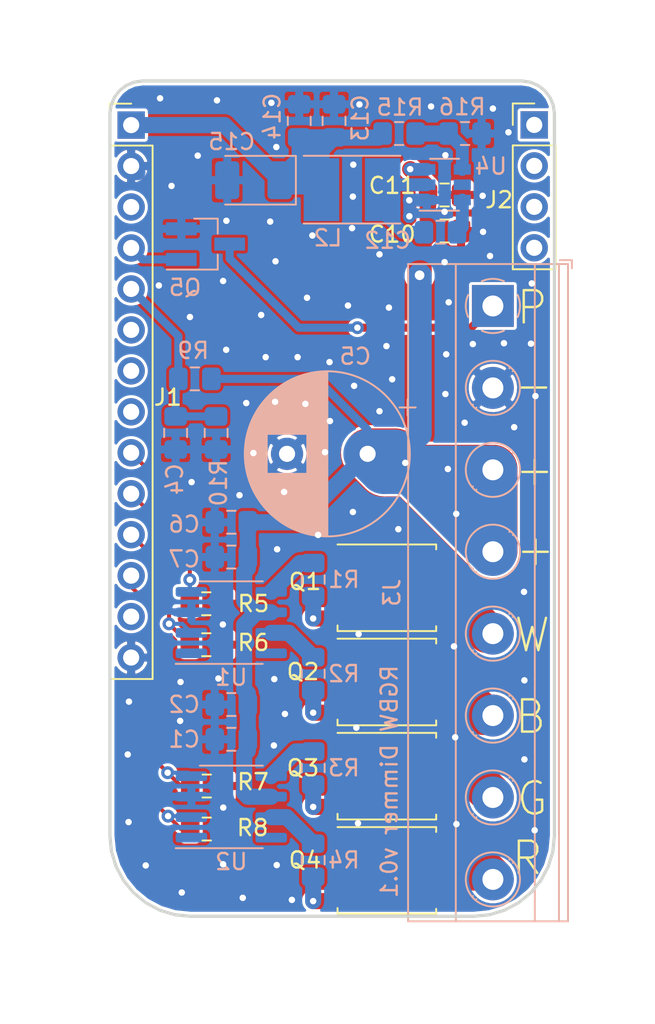
<source format=kicad_pcb>
(kicad_pcb (version 20171130) (host pcbnew "(5.1.5)-3")
  (layers (0 F.Cu signal) (31 B.Cu signal) (34 B.Paste user) (35 F.Paste user) (36 B.SilkS user) (37 F.SilkS user) (38 B.Mask user) (39 F.Mask user) (44 Edge.Cuts user))
  (net 0 "")
  (net 1 GND)
  (net 2 +12V)
  (net 3 "Net-(Q1-Pad4)")
  (net 4 "Net-(Q2-Pad4)")
  (net 5 "Net-(Q3-Pad4)")
  (net 6 "Net-(Q4-Pad4)")
  (net 7 "Net-(R1-Pad2)")
  (net 8 "Net-(R2-Pad2)")
  (net 9 "Net-(R3-Pad2)")
  (net 10 "Net-(R4-Pad2)")
  (net 11 +3V3)
  (net 12 12V_Sense)
  (net 13 PSU_Enable)
  (net 14 /PSU_ENABLE_OUT)
  (net 15 /R_OUT)
  (net 16 /G_OUT)
  (net 17 /B_OUT)
  (net 18 /W_OUT)
  (net 19 /W_IN)
  (net 20 /B_IN)
  (net 21 /G_IN)
  (net 22 /R_IN)
  (net 23 /NET_SW)
  (net 24 /NET_FB)
  (net 25 /NET_BOOT)
  (module Capacitor_Tantalum_SMD:CP_EIA-3528-21_Kemet-B_Pad1.50x2.35mm_HandSolder (layer B.Cu) (at 58.9026 54.356 180)
    (fp_text reference C15 (at 1.3462 2.3876) (layer B.SilkS) (effects (justify mirror)))
    (fp_text value 47uF)
    (pad 2 smd roundrect (at 1.625 0 180) (size 1.5 2.35) (layers B.Cu B.Paste B.Mask) (roundrect_rratio 0.166667) (net 1 GND))
    (pad 1 smd roundrect (at -1.625 0 180) (size 1.5 2.35) (layers B.Cu B.Paste B.Mask) (roundrect_rratio 0.166667) (net 11 +3V3))
  )
  (module Package_TO_SOT_SMD:SOT-23-6 (layer B.Cu) (at 70.7644 54.6354)
    (fp_text reference U4 (at 2.8702 -1.143) (layer B.SilkS) (effects (justify mirror)))
    (fp_text value TPS54202DDCR)
    (pad 5 smd rect (at 1.1 0) (size 1.06 0.65) (layers B.Cu B.Paste B.Mask))
    (pad 6 smd rect (at 1.1 0.95) (size 1.06 0.65) (layers B.Cu B.Paste B.Mask) (net 25 /NET_BOOT))
    (pad 4 smd rect (at 1.1 -0.95) (size 1.06 0.65) (layers B.Cu B.Paste B.Mask) (net 24 /NET_FB))
    (pad 3 smd rect (at -1.1 -0.95) (size 1.06 0.65) (layers B.Cu B.Paste B.Mask) (net 2 +12V))
    (pad 2 smd rect (at -1.1 0) (size 1.06 0.65) (layers B.Cu B.Paste B.Mask) (net 23 /NET_SW))
    (pad 1 smd rect (at -1.1 0.95) (size 1.06 0.65) (layers B.Cu B.Paste B.Mask) (net 1 GND))
  )
  (module Resistor_SMD:R_0805_2012Metric_Pad1.15x1.40mm_HandSolder (layer B.Cu) (at 72.0344 51.4604)
    (fp_text reference R16 (at -0.1778 -1.651) (layer B.SilkS) (effects (justify mirror)))
    (fp_text value 22K1)
    (pad 2 smd roundrect (at 1.025 0) (size 1.15 1.4) (layers B.Cu B.Paste B.Mask) (roundrect_rratio 0.217391) (net 1 GND))
    (pad 1 smd roundrect (at -1.025 0) (size 1.15 1.4) (layers B.Cu B.Paste B.Mask) (roundrect_rratio 0.217391) (net 24 /NET_FB))
  )
  (module Resistor_SMD:R_0805_2012Metric_Pad1.15x1.40mm_HandSolder (layer B.Cu) (at 67.945 51.4604)
    (fp_text reference R15 (at 0.0508 -1.6256) (layer B.SilkS) (effects (justify mirror)))
    (fp_text value 100K)
    (pad 2 smd roundrect (at 1.025 0) (size 1.15 1.4) (layers B.Cu B.Paste B.Mask) (roundrect_rratio 0.217391) (net 24 /NET_FB))
    (pad 1 smd roundrect (at -1.025 0) (size 1.15 1.4) (layers B.Cu B.Paste B.Mask) (roundrect_rratio 0.217391) (net 11 +3V3))
  )
  (module Inductor_SMD:L_Taiyo-Yuden_NR-40xx_HandSoldering (layer B.Cu) (at 65.024 54.9402 180)
    (fp_text reference L2 (at 1.4986 -2.9972) (layer B.SilkS) (effects (justify mirror)))
    (fp_text value 10uH)
    (pad 2 smd rect (at 1.9 0 180) (size 2.2 3.9) (layers B.Cu B.Paste B.Mask) (net 11 +3V3))
    (pad 1 smd rect (at -1.9 0 180) (size 2.2 3.9) (layers B.Cu B.Paste B.Mask) (net 23 /NET_SW))
  )
  (module Capacitor_SMD:C_0805_2012Metric_Pad1.15x1.40mm_HandSolder (layer B.Cu) (at 61.7474 50.673 90)
    (fp_text reference C14 (at 0.2794 -1.6764 90) (layer B.SilkS) (effects (justify mirror)))
    (fp_text value 4.7uF)
    (pad 2 smd roundrect (at 1.025 0 90) (size 1.15 1.4) (layers B.Cu B.Paste B.Mask) (roundrect_rratio 0.217391) (net 1 GND))
    (pad 1 smd roundrect (at -1.025 0 90) (size 1.15 1.4) (layers B.Cu B.Paste B.Mask) (roundrect_rratio 0.217391) (net 11 +3V3))
  )
  (module Capacitor_SMD:C_0805_2012Metric_Pad1.15x1.40mm_HandSolder (layer B.Cu) (at 63.9064 50.673 90)
    (fp_text reference C13 (at 0.1778 1.6256 90) (layer B.SilkS) (effects (justify mirror)))
    (fp_text value 0.1uF)
    (pad 2 smd roundrect (at 1.025 0 90) (size 1.15 1.4) (layers B.Cu B.Paste B.Mask) (roundrect_rratio 0.217391) (net 1 GND))
    (pad 1 smd roundrect (at -1.025 0 90) (size 1.15 1.4) (layers B.Cu B.Paste B.Mask) (roundrect_rratio 0.217391) (net 11 +3V3))
  )
  (module Capacitor_SMD:C_0805_2012Metric_Pad1.15x1.40mm_HandSolder (layer B.Cu) (at 70.5104 57.5818)
    (fp_text reference C12 (at -3.2766 0.508) (layer B.SilkS) (effects (justify mirror)))
    (fp_text value 0.1uF)
    (pad 2 smd roundrect (at 1.025 0) (size 1.15 1.4) (layers B.Cu B.Paste B.Mask) (roundrect_rratio 0.217391) (net 25 /NET_BOOT))
    (pad 1 smd roundrect (at -1.025 0) (size 1.15 1.4) (layers B.Cu B.Paste B.Mask) (roundrect_rratio 0.217391) (net 23 /NET_SW))
  )
  (module Capacitor_SMD:C_0805_2012Metric_Pad1.15x1.40mm_HandSolder (layer F.Cu) (at 70.7644 55.2704)
    (fp_text reference C11 (at -3.2512 -0.5842) (layer F.SilkS))
    (fp_text value 0.1uF)
    (pad 2 smd roundrect (at 1.025 0) (size 1.15 1.4) (layers F.Cu F.Paste F.Mask) (roundrect_rratio 0.217391) (net 1 GND))
    (pad 1 smd roundrect (at -1.025 0) (size 1.15 1.4) (layers F.Cu F.Paste F.Mask) (roundrect_rratio 0.217391) (net 2 +12V))
  )
  (module Capacitor_SMD:C_0805_2012Metric_Pad1.15x1.40mm_HandSolder (layer F.Cu) (at 70.7644 57.5056)
    (fp_text reference C10 (at -3.2512 0.2032) (layer F.SilkS))
    (fp_text value 4.7uF)
    (pad 2 smd roundrect (at 1.025 0) (size 1.15 1.4) (layers F.Cu F.Paste F.Mask) (roundrect_rratio 0.217391) (net 1 GND))
    (pad 1 smd roundrect (at -1.025 0) (size 1.15 1.4) (layers F.Cu F.Paste F.Mask) (roundrect_rratio 0.217391) (net 2 +12V))
  )
  (module Capacitor_THT:CP_Radial_D10.0mm_P5.00mm (layer B.Cu) (at 65.9892 71.3232 180)
    (fp_text reference C5 (at 0.762 6.0452) (layer B.SilkS) (effects (justify mirror)))
    (fp_text value 100uF)
    (pad 2 thru_hole circle (at 5 0 180) (size 2 2) (drill 1) (layers *.Cu *.Mask) (net 1 GND))
    (pad 1 thru_hole rect (at 0 0 180) (size 2 2) (drill 1) (layers *.Cu *.Mask) (net 2 +12V))
  )
  (module Package_SO:SOIC-8_3.9x4.9mm_P1.27mm (layer B.Cu) (at 57.531 93.218)
    (fp_text reference U2 (at 0 3.4) (layer B.SilkS) (effects (justify mirror)))
    (fp_text value TC4427)
    (pad 8 smd roundrect (at 2.475 1.905) (size 1.95 0.6) (layers B.Cu B.Paste B.Mask))
    (pad 7 smd roundrect (at 2.475 0.635) (size 1.95 0.6) (layers B.Cu B.Paste B.Mask) (net 10 "Net-(R4-Pad2)"))
    (pad 6 smd roundrect (at 2.475 -0.635) (size 1.95 0.6) (layers B.Cu B.Paste B.Mask) (net 2 +12V))
    (pad 5 smd roundrect (at 2.475 -1.905) (size 1.95 0.6) (layers B.Cu B.Paste B.Mask) (net 9 "Net-(R3-Pad2)"))
    (pad 4 smd roundrect (at -2.475 -1.905) (size 1.95 0.6) (layers B.Cu B.Paste B.Mask) (net 21 /G_IN))
    (pad 3 smd roundrect (at -2.475 -0.635) (size 1.95 0.6) (layers B.Cu B.Paste B.Mask) (net 1 GND))
    (pad 2 smd roundrect (at -2.475 0.635) (size 1.95 0.6) (layers B.Cu B.Paste B.Mask) (net 22 /R_IN))
    (pad 1 smd roundrect (at -2.475 1.905) (size 1.95 0.6) (layers B.Cu B.Paste B.Mask))
  )
  (module Package_SO:SOIC-8_3.9x4.9mm_P1.27mm (layer B.Cu) (at 57.531 81.788)
    (fp_text reference U1 (at 0 3.4) (layer B.SilkS) (effects (justify mirror)))
    (fp_text value TC4427)
    (pad 8 smd roundrect (at 2.475 1.905) (size 1.95 0.6) (layers B.Cu B.Paste B.Mask))
    (pad 7 smd roundrect (at 2.475 0.635) (size 1.95 0.6) (layers B.Cu B.Paste B.Mask) (net 8 "Net-(R2-Pad2)"))
    (pad 6 smd roundrect (at 2.475 -0.635) (size 1.95 0.6) (layers B.Cu B.Paste B.Mask) (net 2 +12V))
    (pad 5 smd roundrect (at 2.475 -1.905) (size 1.95 0.6) (layers B.Cu B.Paste B.Mask) (net 7 "Net-(R1-Pad2)"))
    (pad 4 smd roundrect (at -2.475 -1.905) (size 1.95 0.6) (layers B.Cu B.Paste B.Mask) (net 19 /W_IN))
    (pad 3 smd roundrect (at -2.475 -0.635) (size 1.95 0.6) (layers B.Cu B.Paste B.Mask) (net 1 GND))
    (pad 2 smd roundrect (at -2.475 0.635) (size 1.95 0.6) (layers B.Cu B.Paste B.Mask) (net 20 /B_IN))
    (pad 1 smd roundrect (at -2.475 1.905) (size 1.95 0.6) (layers B.Cu B.Paste B.Mask))
  )
  (module Package_TO_SOT_SMD:SOT-23_Handsoldering (layer B.Cu) (at 55.9308 58.3184)
    (fp_text reference Q5 (at -1.27 2.6924) (layer B.SilkS) (effects (justify mirror)))
    (fp_text value LMUN2233LT1G)
    (pad 3 smd rect (at 1.5 0) (size 1.9 0.8) (layers B.Cu B.Paste B.Mask) (net 14 /PSU_ENABLE_OUT))
    (pad 2 smd rect (at -1.5 -0.95) (size 1.9 0.8) (layers B.Cu B.Paste B.Mask) (net 1 GND))
    (pad 1 smd rect (at -1.5 0.95) (size 1.9 0.8) (layers B.Cu B.Paste B.Mask) (net 13 PSU_Enable))
  )
  (module TerminalBlock_Phoenix:TerminalBlock_Phoenix_MKDS-1,5-8-5.08_1x08_P5.08mm_Horizontal (layer B.Cu) (at 73.7616 62.1538 270)
    (fp_text reference J3 (at 17.78 6.26 90) (layer B.SilkS) (effects (justify mirror)))
    (fp_text value Screw_Terminal_01x08)
    (pad 8 thru_hole circle (at 35.56 0 270) (size 2.6 2.6) (drill 1.3) (layers *.Cu *.Mask) (net 15 /R_OUT))
    (pad 7 thru_hole circle (at 30.48 0 270) (size 2.6 2.6) (drill 1.3) (layers *.Cu *.Mask) (net 16 /G_OUT))
    (pad 6 thru_hole circle (at 25.4 0 270) (size 2.6 2.6) (drill 1.3) (layers *.Cu *.Mask) (net 17 /B_OUT))
    (pad 5 thru_hole circle (at 20.32 0 270) (size 2.6 2.6) (drill 1.3) (layers *.Cu *.Mask) (net 18 /W_OUT))
    (pad 4 thru_hole circle (at 15.24 0 270) (size 2.6 2.6) (drill 1.3) (layers *.Cu *.Mask) (net 2 +12V))
    (pad 3 thru_hole circle (at 10.16 0 270) (size 2.6 2.6) (drill 1.3) (layers *.Cu *.Mask) (net 2 +12V))
    (pad 2 thru_hole circle (at 5.08 0 270) (size 2.6 2.6) (drill 1.3) (layers *.Cu *.Mask) (net 1 GND))
    (pad 1 thru_hole rect (at 0 0 270) (size 2.6 2.6) (drill 1.3) (layers *.Cu *.Mask) (net 14 /PSU_ENABLE_OUT))
  )
  (module Resistor_SMD:R_0805_2012Metric_Pad1.15x1.40mm_HandSolder (layer B.Cu) (at 56.5912 70.0278 270)
    (fp_text reference R10 (at 3.0988 -0.1524 270) (layer B.SilkS) (effects (justify mirror)))
    (fp_text value 22K)
    (pad 2 smd roundrect (at 1.025 0 270) (size 1.15 1.4) (layers B.Cu B.Paste B.Mask) (roundrect_rratio 0.217391) (net 1 GND))
    (pad 1 smd roundrect (at -1.025 0 270) (size 1.15 1.4) (layers B.Cu B.Paste B.Mask) (roundrect_rratio 0.217391) (net 12 12V_Sense))
  )
  (module Resistor_SMD:R_0805_2012Metric_Pad1.15x1.40mm_HandSolder (layer B.Cu) (at 55.2704 66.675 180)
    (fp_text reference R9 (at 0.1016 1.7526) (layer B.SilkS) (effects (justify mirror)))
    (fp_text value 100K)
    (pad 2 smd roundrect (at 1.025 0 180) (size 1.15 1.4) (layers B.Cu B.Paste B.Mask) (roundrect_rratio 0.217391) (net 12 12V_Sense))
    (pad 1 smd roundrect (at -1.025 0 180) (size 1.15 1.4) (layers B.Cu B.Paste B.Mask) (roundrect_rratio 0.217391) (net 2 +12V))
  )
  (module Capacitor_SMD:C_0805_2012Metric_Pad1.15x1.40mm_HandSolder (layer B.Cu) (at 54.0766 70.0278 270)
    (fp_text reference C4 (at 2.8702 0.0508 270) (layer B.SilkS) (effects (justify mirror)))
    (fp_text value 1uF)
    (pad 2 smd roundrect (at 1.025 0 270) (size 1.15 1.4) (layers B.Cu B.Paste B.Mask) (roundrect_rratio 0.217391) (net 1 GND))
    (pad 1 smd roundrect (at -1.025 0 270) (size 1.15 1.4) (layers B.Cu B.Paste B.Mask) (roundrect_rratio 0.217391) (net 12 12V_Sense))
  )
  (module Resistor_SMD:R_0805_2012Metric_Pad1.15x1.40mm_HandSolder (layer F.Cu) (at 56.007 94.5896)
    (fp_text reference R8 (at 2.8448 -0.0762) (layer F.SilkS))
    (fp_text value 10K)
    (pad 1 smd roundrect (at -1.025 0) (size 1.15 1.4) (layers F.Cu F.Paste F.Mask) (roundrect_rratio 0.217391) (net 22 /R_IN))
    (pad 2 smd roundrect (at 1.025 0) (size 1.15 1.4) (layers F.Cu F.Paste F.Mask) (roundrect_rratio 0.217391) (net 1 GND))
  )
  (module Resistor_SMD:R_0805_2012Metric_Pad1.15x1.40mm_HandSolder (layer F.Cu) (at 56.007 91.9226)
    (fp_text reference R7 (at 2.87 -0.254) (layer F.SilkS))
    (fp_text value 10K)
    (pad 1 smd roundrect (at -1.025 0) (size 1.15 1.4) (layers F.Cu F.Paste F.Mask) (roundrect_rratio 0.217391) (net 21 /G_IN))
    (pad 2 smd roundrect (at 1.025 0) (size 1.15 1.4) (layers F.Cu F.Paste F.Mask) (roundrect_rratio 0.217391) (net 1 GND))
  )
  (module Resistor_SMD:R_0805_2012Metric_Pad1.15x1.40mm_HandSolder (layer F.Cu) (at 55.9816 83.1596)
    (fp_text reference R6 (at 2.921 -0.127) (layer F.SilkS))
    (fp_text value 10K)
    (pad 2 smd roundrect (at 1.025 0) (size 1.15 1.4) (layers F.Cu F.Paste F.Mask) (roundrect_rratio 0.217391) (net 1 GND))
    (pad 1 smd roundrect (at -1.025 0) (size 1.15 1.4) (layers F.Cu F.Paste F.Mask) (roundrect_rratio 0.217391) (net 20 /B_IN))
  )
  (module Resistor_SMD:R_0805_2012Metric_Pad1.15x1.40mm_HandSolder (layer F.Cu) (at 55.9816 80.6196)
    (fp_text reference R5 (at 2.921 0) (layer F.SilkS))
    (fp_text value 10K)
    (pad 2 smd roundrect (at 1.025 0) (size 1.15 1.4) (layers F.Cu F.Paste F.Mask) (roundrect_rratio 0.217391) (net 1 GND))
    (pad 1 smd roundrect (at -1.025 0) (size 1.15 1.4) (layers F.Cu F.Paste F.Mask) (roundrect_rratio 0.217391) (net 19 /W_IN))
  )
  (module Capacitor_SMD:C_0805_2012Metric_Pad1.15x1.40mm_HandSolder (layer B.Cu) (at 57.531 77.724 180)
    (fp_text reference C7 (at 2.921 -0.127) (layer B.SilkS) (effects (justify mirror)))
    (fp_text value 0.1uF)
    (pad 2 smd roundrect (at 1.025 0 180) (size 1.15 1.4) (layers B.Cu B.Paste B.Mask) (roundrect_rratio 0.217391) (net 1 GND))
    (pad 1 smd roundrect (at -1.025 0 180) (size 1.15 1.4) (layers B.Cu B.Paste B.Mask) (roundrect_rratio 0.217391) (net 2 +12V))
  )
  (module Capacitor_SMD:C_0805_2012Metric_Pad1.15x1.40mm_HandSolder (layer B.Cu) (at 57.531 75.565 180)
    (fp_text reference C6 (at 2.921 -0.127) (layer B.SilkS) (effects (justify mirror)))
    (fp_text value 4.7uF)
    (pad 2 smd roundrect (at 1.025 0 180) (size 1.15 1.4) (layers B.Cu B.Paste B.Mask) (roundrect_rratio 0.217391) (net 1 GND))
    (pad 1 smd roundrect (at -1.025 0 180) (size 1.15 1.4) (layers B.Cu B.Paste B.Mask) (roundrect_rratio 0.217391) (net 2 +12V))
  )
  (module Connector_PinHeader_2.54mm:PinHeader_1x04_P2.54mm_Vertical (layer F.Cu) (at 76.327 50.927)
    (fp_text reference J2 (at -2.1844 4.6482) (layer F.SilkS))
    (fp_text value Conn_01x04_Male)
    (pad 4 thru_hole oval (at 0 7.62) (size 1.7 1.7) (drill 1) (layers *.Cu *.Mask))
    (pad 3 thru_hole oval (at 0 5.08) (size 1.7 1.7) (drill 1) (layers *.Cu *.Mask))
    (pad 2 thru_hole oval (at 0 2.54) (size 1.7 1.7) (drill 1) (layers *.Cu *.Mask))
    (pad 1 thru_hole rect (at 0 0) (size 1.7 1.7) (drill 1) (layers *.Cu *.Mask))
  )
  (module Package_TO_SOT_SMD:TDSON-8-1 (layer F.Cu) (at 67.183 97.155)
    (fp_text reference Q4 (at -5.08 -0.635) (layer F.SilkS))
    (fp_text value BSC067N06LS3G)
    (pad 5 smd rect (at 1.05 0) (size 4.55 4.41) (layers F.Cu) (net 15 /R_OUT))
    (pad 4 smd rect (at -2.9 1.905) (size 0.85 0.5) (layers F.Cu F.Paste F.Mask) (net 6 "Net-(Q4-Pad4)"))
    (pad 3 smd rect (at -2.9 0.635) (size 0.85 0.5) (layers F.Cu F.Paste F.Mask) (net 1 GND))
    (pad 2 smd rect (at -2.9 -0.635) (size 0.85 0.5) (layers F.Cu F.Paste F.Mask) (net 1 GND))
    (pad 1 smd rect (at -2.9 -1.905) (size 0.85 0.5) (layers F.Cu F.Paste F.Mask) (net 1 GND))
  )
  (module Package_TO_SOT_SMD:TDSON-8-1 (layer F.Cu) (at 67.183 91.313)
    (fp_text reference Q3 (at -5.207 -0.508) (layer F.SilkS))
    (fp_text value BSC067N06LS3G)
    (pad 5 smd rect (at 1.05 0) (size 4.55 4.41) (layers F.Cu) (net 16 /G_OUT))
    (pad 4 smd rect (at -2.9 1.905) (size 0.85 0.5) (layers F.Cu F.Paste F.Mask) (net 5 "Net-(Q3-Pad4)"))
    (pad 3 smd rect (at -2.9 0.635) (size 0.85 0.5) (layers F.Cu F.Paste F.Mask) (net 1 GND))
    (pad 2 smd rect (at -2.9 -0.635) (size 0.85 0.5) (layers F.Cu F.Paste F.Mask) (net 1 GND))
    (pad 1 smd rect (at -2.9 -1.905) (size 0.85 0.5) (layers F.Cu F.Paste F.Mask) (net 1 GND))
  )
  (module Package_TO_SOT_SMD:TDSON-8-1 (layer F.Cu) (at 67.183 85.471)
    (fp_text reference Q2 (at -5.207 -0.635) (layer F.SilkS))
    (fp_text value BSC067N06LS3G)
    (pad 5 smd rect (at 1.05 0) (size 4.55 4.41) (layers F.Cu) (net 17 /B_OUT))
    (pad 4 smd rect (at -2.9 1.905) (size 0.85 0.5) (layers F.Cu F.Paste F.Mask) (net 4 "Net-(Q2-Pad4)"))
    (pad 3 smd rect (at -2.9 0.635) (size 0.85 0.5) (layers F.Cu F.Paste F.Mask) (net 1 GND))
    (pad 2 smd rect (at -2.9 -0.635) (size 0.85 0.5) (layers F.Cu F.Paste F.Mask) (net 1 GND))
    (pad 1 smd rect (at -2.9 -1.905) (size 0.85 0.5) (layers F.Cu F.Paste F.Mask) (net 1 GND))
  )
  (module Package_TO_SOT_SMD:TDSON-8-1 (layer F.Cu) (at 67.183 79.629)
    (fp_text reference Q1 (at -5.08 -0.381) (layer F.SilkS))
    (fp_text value BSC067N06LS3G)
    (pad 5 smd rect (at 1.05 0) (size 4.55 4.41) (layers F.Cu) (net 18 /W_OUT))
    (pad 4 smd rect (at -2.9 1.905) (size 0.85 0.5) (layers F.Cu F.Paste F.Mask) (net 3 "Net-(Q1-Pad4)"))
    (pad 3 smd rect (at -2.9 0.635) (size 0.85 0.5) (layers F.Cu F.Paste F.Mask) (net 1 GND))
    (pad 2 smd rect (at -2.9 -0.635) (size 0.85 0.5) (layers F.Cu F.Paste F.Mask) (net 1 GND))
    (pad 1 smd rect (at -2.9 -1.905) (size 0.85 0.5) (layers F.Cu F.Paste F.Mask) (net 1 GND))
  )
  (module Capacitor_SMD:C_0805_2012Metric_Pad1.15x1.40mm_HandSolder (layer B.Cu) (at 57.531 86.868 180)
    (fp_text reference C2 (at 2.921 0) (layer B.SilkS) (effects (justify mirror)))
    (fp_text value 0.1uF)
    (pad 2 smd roundrect (at 1.025 0 180) (size 1.15 1.4) (layers B.Cu B.Paste B.Mask) (roundrect_rratio 0.217391) (net 1 GND))
    (pad 1 smd roundrect (at -1.025 0 180) (size 1.15 1.4) (layers B.Cu B.Paste B.Mask) (roundrect_rratio 0.217391) (net 2 +12V))
  )
  (module Capacitor_SMD:C_0805_2012Metric_Pad1.15x1.40mm_HandSolder (layer B.Cu) (at 57.531 89.027 180)
    (fp_text reference C1 (at 2.921 0) (layer B.SilkS) (effects (justify mirror)))
    (fp_text value 4.7uF)
    (pad 2 smd roundrect (at 1.025 0 180) (size 1.15 1.4) (layers B.Cu B.Paste B.Mask) (roundrect_rratio 0.217391) (net 1 GND))
    (pad 1 smd roundrect (at -1.025 0 180) (size 1.15 1.4) (layers B.Cu B.Paste B.Mask) (roundrect_rratio 0.217391) (net 2 +12V))
  )
  (module Resistor_SMD:R_0805_2012Metric_Pad1.15x1.40mm_HandSolder (layer B.Cu) (at 62.611 96.52 90)
    (fp_text reference R4 (at 0 1.905) (layer B.SilkS) (effects (justify mirror)))
    (fp_text value 50R)
    (pad 2 smd roundrect (at 1.025 0 90) (size 1.15 1.4) (layers B.Cu B.Paste B.Mask) (roundrect_rratio 0.217391) (net 10 "Net-(R4-Pad2)"))
    (pad 1 smd roundrect (at -1.025 0 90) (size 1.15 1.4) (layers B.Cu B.Paste B.Mask) (roundrect_rratio 0.217391) (net 6 "Net-(Q4-Pad4)"))
  )
  (module Resistor_SMD:R_0805_2012Metric_Pad1.15x1.40mm_HandSolder (layer B.Cu) (at 62.611 90.805 90)
    (fp_text reference R3 (at 0 1.905) (layer B.SilkS) (effects (justify mirror)))
    (fp_text value 50R)
    (pad 2 smd roundrect (at 1.025 0 90) (size 1.15 1.4) (layers B.Cu B.Paste B.Mask) (roundrect_rratio 0.217391) (net 9 "Net-(R3-Pad2)"))
    (pad 1 smd roundrect (at -1.025 0 90) (size 1.15 1.4) (layers B.Cu B.Paste B.Mask) (roundrect_rratio 0.217391) (net 5 "Net-(Q3-Pad4)"))
  )
  (module Resistor_SMD:R_0805_2012Metric_Pad1.15x1.40mm_HandSolder (layer B.Cu) (at 62.611 84.963 90)
    (fp_text reference R2 (at 0 1.905 180) (layer B.SilkS) (effects (justify mirror)))
    (fp_text value 50R)
    (pad 2 smd roundrect (at 1.025 0 90) (size 1.15 1.4) (layers B.Cu B.Paste B.Mask) (roundrect_rratio 0.217391) (net 8 "Net-(R2-Pad2)"))
    (pad 1 smd roundrect (at -1.025 0 90) (size 1.15 1.4) (layers B.Cu B.Paste B.Mask) (roundrect_rratio 0.217391) (net 4 "Net-(Q2-Pad4)"))
  )
  (module Resistor_SMD:R_0805_2012Metric_Pad1.15x1.40mm_HandSolder (layer B.Cu) (at 62.611 79.121 90)
    (fp_text reference R1 (at 0 1.905 180) (layer B.SilkS) (effects (justify mirror)))
    (fp_text value 50R)
    (pad 2 smd roundrect (at 1.025 0 90) (size 1.15 1.4) (layers B.Cu B.Paste B.Mask) (roundrect_rratio 0.217391) (net 7 "Net-(R1-Pad2)"))
    (pad 1 smd roundrect (at -1.025 0 90) (size 1.15 1.4) (layers B.Cu B.Paste B.Mask) (roundrect_rratio 0.217391) (net 3 "Net-(Q1-Pad4)"))
  )
  (module Pin_Headers:Pin_Header_Straight_1x14_Pitch2.54mm (layer F.Cu) (at 51.31816 50.93716)
    (fp_text reference J1 (at 2.27584 16.88084) (layer F.SilkS))
    (fp_text value Conn_01x14_Male)
    (pad 1 thru_hole rect (at 0 0) (size 1.7 1.7) (drill 1) (layers *.Cu *.Mask) (net 11 +3V3))
    (pad 2 thru_hole oval (at 0 2.54) (size 1.7 1.7) (drill 1) (layers *.Cu *.Mask) (net 1 GND))
    (pad 3 thru_hole oval (at 0 5.08) (size 1.7 1.7) (drill 1) (layers *.Cu *.Mask))
    (pad 4 thru_hole oval (at 0 7.62) (size 1.7 1.7) (drill 1) (layers *.Cu *.Mask) (net 13 PSU_Enable))
    (pad 5 thru_hole oval (at 0 10.16) (size 1.7 1.7) (drill 1) (layers *.Cu *.Mask) (net 12 12V_Sense))
    (pad 6 thru_hole oval (at 0 12.7) (size 1.7 1.7) (drill 1) (layers *.Cu *.Mask))
    (pad 7 thru_hole oval (at 0 15.24) (size 1.7 1.7) (drill 1) (layers *.Cu *.Mask))
    (pad 8 thru_hole oval (at 0 17.78) (size 1.7 1.7) (drill 1) (layers *.Cu *.Mask))
    (pad 9 thru_hole oval (at 0 20.32) (size 1.7 1.7) (drill 1) (layers *.Cu *.Mask) (net 19 /W_IN))
    (pad 10 thru_hole oval (at 0 22.86) (size 1.7 1.7) (drill 1) (layers *.Cu *.Mask) (net 20 /B_IN))
    (pad 11 thru_hole oval (at 0 25.4) (size 1.7 1.7) (drill 1) (layers *.Cu *.Mask) (net 21 /G_IN))
    (pad 12 thru_hole oval (at 0 27.94) (size 1.7 1.7) (drill 1) (layers *.Cu *.Mask) (net 22 /R_IN))
    (pad 13 thru_hole oval (at 0 30.48) (size 1.7 1.7) (drill 1) (layers *.Cu *.Mask))
    (pad 14 thru_hole oval (at 0 33.02) (size 1.7 1.7) (drill 1) (layers *.Cu *.Mask) (net 1 GND))
  )
  (gr_text "RGBW Dimmer v0.1" (at 67.3354 91.6432 90) (layer B.SilkS) (effects (font (size 1 1)) (justify mirror)))
  (gr_text P (at 76.2 62.2554) (layer F.SilkS) (effects (font (size 2 2))))
  (gr_text - (at 76.3016 67.056) (layer F.SilkS) (effects (font (size 2 2))))
  (gr_text + (at 76.4032 77.2414) (layer F.SilkS) (effects (font (size 2 2))))
  (gr_text + (at 76.3524 72.2884) (layer F.SilkS) (effects (font (size 2 2))))
  (gr_text R (at 75.8952 96.393) (layer F.SilkS) (effects (font (size 2 2))))
  (gr_text G (at 76.2 92.71) (layer F.SilkS) (effects (font (size 2 2))))
  (gr_text B (at 76.0984 87.63) (layer F.SilkS) (effects (font (size 2 2))))
  (gr_text W (at 76.2 82.5754) (layer F.SilkS) (effects (font (size 2 2))))
  (gr_line (start 50 95) (end 50 50.2) (layer Edge.Cuts) (width 0.2))
  (gr_line (start 50.0961 95.9755) (end 50 95) (layer Edge.Cuts) (width 0.2))
  (gr_line (start 50.3806 96.9134) (end 50.0961 95.9755) (layer Edge.Cuts) (width 0.2))
  (gr_line (start 50.8427 97.7779) (end 50.3806 96.9134) (layer Edge.Cuts) (width 0.2))
  (gr_line (start 51.4645 98.5355) (end 50.8427 97.7779) (layer Edge.Cuts) (width 0.2))
  (gr_line (start 52.2222 99.1574) (end 51.4645 98.5355) (layer Edge.Cuts) (width 0.2))
  (gr_line (start 53.0866 99.6194) (end 52.2222 99.1574) (layer Edge.Cuts) (width 0.2))
  (gr_line (start 54.0246 99.9039) (end 53.0866 99.6194) (layer Edge.Cuts) (width 0.2))
  (gr_line (start 55 100) (end 54.0246 99.9039) (layer Edge.Cuts) (width 0.2))
  (gr_line (start 72.58 100) (end 55 100) (layer Edge.Cuts) (width 0.2))
  (gr_line (start 73.5555 99.9039) (end 72.58 100) (layer Edge.Cuts) (width 0.2))
  (gr_line (start 74.4934 99.6194) (end 73.5555 99.9039) (layer Edge.Cuts) (width 0.2))
  (gr_line (start 75.3579 99.1573) (end 74.4934 99.6194) (layer Edge.Cuts) (width 0.2))
  (gr_line (start 76.1155 98.5355) (end 75.3579 99.1573) (layer Edge.Cuts) (width 0.2))
  (gr_line (start 76.7373 97.7778) (end 76.1155 98.5355) (layer Edge.Cuts) (width 0.2))
  (gr_line (start 77.1994 96.9134) (end 76.7373 97.7778) (layer Edge.Cuts) (width 0.2))
  (gr_line (start 77.4839 95.9754) (end 77.1994 96.9134) (layer Edge.Cuts) (width 0.2))
  (gr_line (start 77.58 95) (end 77.4839 95.9754) (layer Edge.Cuts) (width 0.2))
  (gr_line (start 77.58 50.2) (end 77.58 95) (layer Edge.Cuts) (width 0.2))
  (gr_line (start 77.5019 49.6872) (end 77.58 50.2) (layer Edge.Cuts) (width 0.2))
  (gr_line (start 77.2975 49.2103) (end 77.5019 49.6872) (layer Edge.Cuts) (width 0.2))
  (gr_line (start 76.98 48.8) (end 77.2975 49.2103) (layer Edge.Cuts) (width 0.2))
  (gr_line (start 76.5697 48.4825) (end 76.98 48.8) (layer Edge.Cuts) (width 0.2))
  (gr_line (start 76.0929 48.2782) (end 76.5697 48.4825) (layer Edge.Cuts) (width 0.2))
  (gr_line (start 75.58 48.2) (end 76.0929 48.2782) (layer Edge.Cuts) (width 0.2))
  (gr_line (start 52 48.2) (end 75.58 48.2) (layer Edge.Cuts) (width 0.2))
  (gr_line (start 51.4872 48.2782) (end 52 48.2) (layer Edge.Cuts) (width 0.2))
  (gr_line (start 51.0103 48.4825) (end 51.4872 48.2782) (layer Edge.Cuts) (width 0.2))
  (gr_line (start 50.6 48.8) (end 51.0103 48.4825) (layer Edge.Cuts) (width 0.2))
  (gr_line (start 50.2825 49.2103) (end 50.6 48.8) (layer Edge.Cuts) (width 0.2))
  (gr_line (start 50.0781 49.6871) (end 50.2825 49.2103) (layer Edge.Cuts) (width 0.2))
  (gr_line (start 50 50.2) (end 50.0781 49.6871) (layer Edge.Cuts) (width 0.2))
  (via (at 58.9026 71.2724) (size 0.8) (drill 0.4) (layers F.Cu B.Cu) (net 1))
  (via (at 63.3476 71.2216) (size 0.8) (drill 0.4) (layers F.Cu B.Cu) (net 1))
  (via (at 57.023 60.6044) (size 0.8) (drill 0.4) (layers F.Cu B.Cu) (net 1))
  (via (at 59.6646 65.3288) (size 0.8) (drill 0.4) (layers F.Cu B.Cu) (net 1))
  (via (at 60.1726 89.408) (size 0.8) (drill 0.4) (layers F.Cu B.Cu) (net 1))
  (via (at 60.198 85.2932) (size 0.8) (drill 0.4) (layers F.Cu B.Cu) (net 1))
  (via (at 59.3852 62.7126) (size 0.8) (drill 0.4) (layers F.Cu B.Cu) (net 1))
  (via (at 60.8584 87.4522) (size 0.8) (drill 0.4) (layers F.Cu B.Cu) (net 1))
  (via (at 54.3814 85.471) (size 0.8) (drill 0.4) (layers F.Cu B.Cu) (net 1))
  (via (at 54.356 87.884) (size 0.8) (drill 0.4) (layers F.Cu B.Cu) (net 1))
  (via (at 60.3758 77.2414) (size 0.8) (drill 0.4) (layers F.Cu B.Cu) (net 1))
  (via (at 55.0672 73.0758) (size 0.8) (drill 0.4) (layers F.Cu B.Cu) (net 1))
  (via (at 65.0748 74.93) (size 0.8) (drill 0.4) (layers F.Cu B.Cu) (net 1))
  (via (at 67.8942 75.9968) (size 0.8) (drill 0.4) (layers F.Cu B.Cu) (net 1))
  (via (at 75.0824 69.6722) (size 0.8) (drill 0.4) (layers F.Cu B.Cu) (net 1))
  (via (at 76.1238 64.4906) (size 0.8) (drill 0.4) (layers F.Cu B.Cu) (net 1))
  (segment (start 60.716 71.13163) (end 60.706 71.12163) (width 0.5) (layer B.Cu) (net 1))
  (segment (start 51.7025 53.8615) (end 51.31816 53.47716) (width 1) (layer B.Cu) (net 1))
  (segment (start 57.032 94.5896) (end 57.032 93.2598) (width 1) (layer F.Cu) (net 1))
  (segment (start 57.0066 83.1596) (end 57.0066 81.906) (width 1) (layer F.Cu) (net 1))
  (segment (start 57.0066 81.906) (end 57.0066 80.6196) (width 1) (layer F.Cu) (net 1))
  (segment (start 57.032 93.2598) (end 57.032 91.9226) (width 1) (layer F.Cu) (net 1))
  (via (at 57.032 93.2598) (size 0.8) (drill 0.4) (layers F.Cu B.Cu) (net 1))
  (via (at 56.73101 85.25499) (size 0.8) (drill 0.4) (layers F.Cu B.Cu) (net 1))
  (via (at 57.023 96.774) (size 0.8) (drill 0.4) (layers F.Cu B.Cu) (net 1))
  (via (at 71.501 94.2848) (size 0.8) (drill 0.4) (layers F.Cu B.Cu) (net 1))
  (via (at 71.4248 88.9) (size 0.8) (drill 0.4) (layers F.Cu B.Cu) (net 1))
  (via (at 71.3486 83.2612) (size 0.8) (drill 0.4) (layers F.Cu B.Cu) (net 1))
  (via (at 75.692 79.883) (size 0.8) (drill 0.4) (layers F.Cu B.Cu) (net 1))
  (via (at 75.7174 85.3694) (size 0.8) (drill 0.4) (layers F.Cu B.Cu) (net 1))
  (via (at 75.7174 90.2716) (size 0.8) (drill 0.4) (layers F.Cu B.Cu) (net 1))
  (via (at 76.3524 94.6658) (size 0.8) (drill 0.4) (layers F.Cu B.Cu) (net 1))
  (via (at 52.2224 96.8502) (size 0.8) (drill 0.4) (layers F.Cu B.Cu) (net 1))
  (via (at 54.4576 98.5266) (size 0.8) (drill 0.4) (layers F.Cu B.Cu) (net 1))
  (via (at 58.2422 98.8568) (size 0.8) (drill 0.4) (layers F.Cu B.Cu) (net 1))
  (via (at 60.3504 96.8248) (size 0.8) (drill 0.4) (layers F.Cu B.Cu) (net 1))
  (via (at 51.1556 94.1578) (size 0.8) (drill 0.4) (layers F.Cu B.Cu) (net 1))
  (via (at 51.1048 89.9668) (size 0.8) (drill 0.4) (layers F.Cu B.Cu) (net 1))
  (via (at 51.181 86.6902) (size 0.8) (drill 0.4) (layers F.Cu B.Cu) (net 1))
  (via (at 57.0066 81.906) (size 0.8) (drill 0.4) (layers F.Cu B.Cu) (net 1))
  (via (at 53.0352 60.8838) (size 0.8) (drill 0.4) (layers F.Cu B.Cu) (net 1))
  (via (at 54.9656 62.8396) (size 0.8) (drill 0.4) (layers F.Cu B.Cu) (net 1))
  (via (at 65.3923 94.234) (size 0.8) (drill 0.4) (layers F.Cu B.Cu) (net 1))
  (via (at 65.2907 88.3031) (size 0.8) (drill 0.4) (layers F.Cu B.Cu) (net 1))
  (via (at 65.4304 82.4992) (size 0.8) (drill 0.4) (layers F.Cu B.Cu) (net 1))
  (via (at 58.4581 68.1736) (size 0.8) (drill 0.4) (layers F.Cu B.Cu) (net 1))
  (via (at 58.039 73.8886) (size 0.8) (drill 0.4) (layers F.Cu B.Cu) (net 1))
  (via (at 62.1284 68.2244) (size 0.8) (drill 0.4) (layers F.Cu B.Cu) (net 1))
  (via (at 57.2135 64.8716) (size 0.8) (drill 0.4) (layers F.Cu B.Cu) (net 1))
  (via (at 65.1002 53.3908) (size 0.8) (drill 0.4) (layers F.Cu B.Cu) (net 1))
  (via (at 73.1266 55.3212) (size 0.8) (drill 0.4) (layers F.Cu B.Cu) (net 1))
  (via (at 73.152 57.5564) (size 0.8) (drill 0.4) (layers F.Cu B.Cu) (net 1))
  (via (at 76.4032 67.7418) (size 0.8) (drill 0.4) (layers F.Cu B.Cu) (net 1))
  (via (at 73.5838 59.055) (size 0.8) (drill 0.4) (layers F.Cu B.Cu) (net 1))
  (via (at 67.5132 66.7004) (size 0.8) (drill 0.4) (layers F.Cu B.Cu) (net 1))
  (via (at 70.7644 59.436) (size 0.8) (drill 0.4) (layers F.Cu B.Cu) (net 1))
  (via (at 73.7616 49.911) (size 0.8) (drill 0.4) (layers F.Cu B.Cu) (net 1))
  (via (at 65.4812 49.657) (size 0.8) (drill 0.4) (layers F.Cu B.Cu) (net 1))
  (via (at 60.325 52.2986) (size 0.8) (drill 0.4) (layers F.Cu B.Cu) (net 1))
  (via (at 60.0202 49.5554) (size 0.8) (drill 0.4) (layers F.Cu B.Cu) (net 1))
  (via (at 56.642 49.403) (size 0.8) (drill 0.4) (layers F.Cu B.Cu) (net 1))
  (via (at 53.1114 49.276) (size 0.8) (drill 0.4) (layers F.Cu B.Cu) (net 1))
  (via (at 71.0184 61.9252) (size 0.8) (drill 0.4) (layers F.Cu B.Cu) (net 1))
  (via (at 65.024 57.3278) (size 0.8) (drill 0.4) (layers F.Cu B.Cu) (net 1))
  (via (at 66.7258 58.9534) (size 0.8) (drill 0.4) (layers F.Cu B.Cu) (net 1))
  (via (at 65.0748 55.372) (size 0.8) (drill 0.4) (layers F.Cu B.Cu) (net 1))
  (via (at 53.8226 54.7116) (size 0.8) (drill 0.4) (layers F.Cu B.Cu) (net 1))
  (via (at 55.4482 52.832) (size 0.8) (drill 0.4) (layers F.Cu B.Cu) (net 1))
  (via (at 57.2262 56.8706) (size 0.8) (drill 0.4) (layers F.Cu B.Cu) (net 1))
  (via (at 59.944 56.9214) (size 0.8) (drill 0.4) (layers F.Cu B.Cu) (net 1))
  (via (at 60.2742 59.3852) (size 0.8) (drill 0.4) (layers F.Cu B.Cu) (net 1))
  (via (at 62.5602 57.785) (size 0.8) (drill 0.4) (layers F.Cu B.Cu) (net 1))
  (via (at 62.23 61.6458) (size 0.8) (drill 0.4) (layers F.Cu B.Cu) (net 1))
  (via (at 64.77 62.1284) (size 0.8) (drill 0.4) (layers F.Cu B.Cu) (net 1))
  (via (at 67.31 62.2554) (size 0.8) (drill 0.4) (layers F.Cu B.Cu) (net 1))
  (via (at 61.6458 65.3288) (size 0.8) (drill 0.4) (layers F.Cu B.Cu) (net 1))
  (via (at 67.1576 64.643) (size 0.8) (drill 0.4) (layers F.Cu B.Cu) (net 1))
  (via (at 65.151 67.1068) (size 0.8) (drill 0.4) (layers F.Cu B.Cu) (net 1))
  (via (at 66.7258 68.6816) (size 0.8) (drill 0.4) (layers F.Cu B.Cu) (net 1))
  (via (at 60.8076 73.6854) (size 0.8) (drill 0.4) (layers F.Cu B.Cu) (net 1))
  (via (at 70.866 65.151) (size 0.8) (drill 0.4) (layers F.Cu B.Cu) (net 1))
  (via (at 70.8152 67.6148) (size 0.8) (drill 0.4) (layers F.Cu B.Cu) (net 1))
  (via (at 72.009 69.3928) (size 0.8) (drill 0.4) (layers F.Cu B.Cu) (net 1))
  (via (at 72.517 64.516) (size 0.8) (drill 0.4) (layers F.Cu B.Cu) (net 1))
  (via (at 76.1746 60.7568) (size 0.8) (drill 0.4) (layers F.Cu B.Cu) (net 1))
  (via (at 74.4474 64.4652) (size 0.8) (drill 0.4) (layers F.Cu B.Cu) (net 1))
  (via (at 74.7268 51.3842) (size 0.8) (drill 0.4) (layers F.Cu B.Cu) (net 1))
  (via (at 70.7644 56.3118) (size 0.8) (drill 0.4) (layers F.Cu B.Cu) (net 1))
  (via (at 70.8152 52.8066) (size 0.8) (drill 0.4) (layers F.Cu B.Cu) (net 1))
  (segment (start 69.6644 55.5854) (end 68.589202 55.5854) (width 0.8) (layer B.Cu) (net 1))
  (via (at 68.574002 55.6006) (size 0.8) (drill 0.4) (layers F.Cu B.Cu) (net 1))
  (segment (start 68.589202 55.5854) (end 68.574002 55.6006) (width 0.8) (layer B.Cu) (net 1))
  (via (at 68.58 56.5912) (size 0.8) (drill 0.4) (layers F.Cu B.Cu) (net 1))
  (via (at 69.9262 49.784) (size 0.8) (drill 0.4) (layers F.Cu B.Cu) (net 1))
  (via (at 60.2488 68.0974) (size 0.8) (drill 0.4) (layers F.Cu B.Cu) (net 1))
  (via (at 63.6524 69.2912) (size 0.8) (drill 0.4) (layers F.Cu B.Cu) (net 1))
  (via (at 63.627 65.6336) (size 0.8) (drill 0.4) (layers F.Cu B.Cu) (net 1))
  (via (at 62.9158 76.3524) (size 0.8) (drill 0.4) (layers F.Cu B.Cu) (net 1))
  (via (at 61.2902 98.9838) (size 0.8) (drill 0.4) (layers F.Cu B.Cu) (net 1))
  (segment (start 73.787 72.263) (end 73.787 77.343) (width 3) (layer F.Cu) (net 2))
  (segment (start 58.556 86.868) (end 58.556 89.027) (width 1) (layer B.Cu) (net 2))
  (segment (start 58.556 75.565) (end 58.556 77.724) (width 1) (layer B.Cu) (net 2))
  (segment (start 67.691 71.247) (end 66.04 71.247) (width 3) (layer F.Cu) (net 2))
  (segment (start 73.787 77.343) (end 71.4883 75.0443) (width 3) (layer F.Cu) (net 2))
  (segment (start 67.056 72.263) (end 66.04 71.247) (width 3) (layer F.Cu) (net 2))
  (segment (start 73.787 72.263) (end 70.9676 72.263) (width 3) (layer F.Cu) (net 2))
  (segment (start 61.722 75.565) (end 58.556 75.565) (width 1) (layer B.Cu) (net 2))
  (segment (start 66.04 71.247) (end 61.722 75.565) (width 1) (layer B.Cu) (net 2))
  (segment (start 59.031 81.153) (end 60.006 81.153) (width 1) (layer B.Cu) (net 2))
  (segment (start 58.33099 80.45299) (end 59.031 81.153) (width 1) (layer B.Cu) (net 2))
  (segment (start 58.33099 78.64901) (end 58.33099 80.45299) (width 1) (layer B.Cu) (net 2))
  (segment (start 58.556 78.424) (end 58.33099 78.64901) (width 1) (layer B.Cu) (net 2))
  (segment (start 58.556 77.724) (end 58.556 78.424) (width 1) (layer B.Cu) (net 2))
  (segment (start 58.33099 85.94299) (end 58.556 86.168) (width 1) (layer B.Cu) (net 2))
  (segment (start 58.33099 83.190912) (end 58.33099 85.94299) (width 1) (layer B.Cu) (net 2))
  (segment (start 58.463902 83.058) (end 58.33099 83.190912) (width 1) (layer B.Cu) (net 2))
  (segment (start 58.33099 82.925088) (end 58.463902 83.058) (width 1) (layer B.Cu) (net 2))
  (segment (start 58.33099 81.920912) (end 58.33099 82.925088) (width 1) (layer B.Cu) (net 2))
  (segment (start 58.556 86.168) (end 58.556 86.868) (width 1) (layer B.Cu) (net 2))
  (segment (start 59.098902 81.153) (end 58.33099 81.920912) (width 1) (layer B.Cu) (net 2))
  (segment (start 60.006 81.153) (end 59.098902 81.153) (width 1) (layer B.Cu) (net 2))
  (segment (start 59.031 92.583) (end 60.006 92.583) (width 1) (layer B.Cu) (net 2))
  (segment (start 58.558922 92.583) (end 59.031 92.583) (width 1) (layer B.Cu) (net 2))
  (segment (start 58.33099 92.355068) (end 58.558922 92.583) (width 1) (layer B.Cu) (net 2))
  (segment (start 58.556 89.727) (end 58.33099 89.95201) (width 1) (layer B.Cu) (net 2))
  (segment (start 58.33099 89.95201) (end 58.33099 92.355068) (width 1) (layer B.Cu) (net 2))
  (segment (start 58.556 89.027) (end 58.556 89.727) (width 1) (layer B.Cu) (net 2))
  (segment (start 65.9892 69.8232) (end 65.9892 71.3232) (width 0.5) (layer B.Cu) (net 2))
  (segment (start 56.2954 66.675) (end 62.841 66.675) (width 0.5) (layer B.Cu) (net 2))
  (segment (start 73.7616 72.3138) (end 73.7616 77.3938) (width 3) (layer B.Cu) (net 2))
  (segment (start 66.9798 72.3138) (end 65.9892 71.3232) (width 3) (layer B.Cu) (net 2))
  (segment (start 73.7616 72.3138) (end 66.9798 72.3138) (width 3) (layer B.Cu) (net 2))
  (segment (start 67.691 71.3232) (end 73.7616 77.3938) (width 3) (layer B.Cu) (net 2))
  (segment (start 65.9892 71.3232) (end 67.691 71.3232) (width 3) (layer B.Cu) (net 2))
  (via (at 68.6308 53.6702) (size 0.8) (drill 0.4) (layers F.Cu B.Cu) (net 2))
  (segment (start 69.6644 53.6854) (end 68.646 53.6854) (width 0.8) (layer B.Cu) (net 2))
  (segment (start 68.646 53.6854) (end 68.6308 53.6702) (width 0.8) (layer B.Cu) (net 2))
  (segment (start 69.7394 54.7788) (end 68.6308 53.6702) (width 1) (layer F.Cu) (net 2))
  (segment (start 69.7394 55.2704) (end 69.7394 54.7788) (width 1) (layer F.Cu) (net 2))
  (segment (start 69.714399 56.780599) (end 69.7394 56.8056) (width 1) (layer F.Cu) (net 2))
  (segment (start 69.714399 55.995401) (end 69.714399 56.780599) (width 1) (layer F.Cu) (net 2))
  (segment (start 69.7394 56.8056) (end 69.7394 57.5056) (width 1) (layer F.Cu) (net 2))
  (segment (start 69.7394 55.9704) (end 69.714399 55.995401) (width 1) (layer F.Cu) (net 2))
  (segment (start 69.7394 55.2704) (end 69.7394 55.9704) (width 1) (layer F.Cu) (net 2))
  (segment (start 67.9892 71.3232) (end 69.215 70.0974) (width 1.5) (layer B.Cu) (net 2))
  (segment (start 65.9892 71.3232) (end 67.9892 71.3232) (width 1.5) (layer B.Cu) (net 2))
  (segment (start 69.215 70.0974) (end 69.215 60.2488) (width 1.5) (layer B.Cu) (net 2))
  (segment (start 69.215 60.2488) (end 69.215 60.2488) (width 1) (layer B.Cu) (net 2))
  (via (at 69.215 60.2488) (size 1) (drill 0.6) (layers F.Cu B.Cu) (net 2))
  (segment (start 69.7394 57.5056) (end 69.215 58.03) (width 1.5) (layer F.Cu) (net 2))
  (segment (start 69.215 58.03) (end 69.215 60.2488) (width 1.5) (layer F.Cu) (net 2))
  (segment (start 68.326 71.882) (end 67.691 71.247) (width 3) (layer F.Cu) (net 2))
  (via (at 68.326 71.882) (size 0.8) (drill 0.4) (layers F.Cu B.Cu) (net 2))
  (segment (start 71.4883 75.0443) (end 68.326 71.882) (width 3) (layer F.Cu) (net 2))
  (via (at 71.4883 75.0443) (size 0.8) (drill 0.4) (layers F.Cu B.Cu) (net 2))
  (segment (start 70.9676 72.263) (end 67.056 72.263) (width 3) (layer F.Cu) (net 2))
  (via (at 70.9676 72.263) (size 0.8) (drill 0.4) (layers F.Cu B.Cu) (net 2))
  (segment (start 62.841 66.675) (end 65.9892 69.8232) (width 0.5) (layer B.Cu) (net 2))
  (via (at 62.611 81.534) (size 0.8) (drill 0.4) (layers F.Cu B.Cu) (net 3))
  (segment (start 62.611 80.146) (end 62.611 81.534) (width 1) (layer B.Cu) (net 3))
  (segment (start 62.611 81.534) (end 64.283 81.534) (width 1) (layer F.Cu) (net 3))
  (via (at 62.611 87.376) (size 0.8) (drill 0.4) (layers F.Cu B.Cu) (net 4))
  (segment (start 62.611 85.988) (end 62.611 87.376) (width 1) (layer B.Cu) (net 4))
  (segment (start 62.611 87.376) (end 64.283 87.376) (width 1) (layer F.Cu) (net 4))
  (via (at 62.611 93.218) (size 0.8) (drill 0.4) (layers F.Cu B.Cu) (net 5))
  (segment (start 62.611 91.83) (end 62.611 93.218) (width 1) (layer B.Cu) (net 5))
  (segment (start 62.611 93.218) (end 64.283 93.218) (width 1) (layer F.Cu) (net 5))
  (via (at 62.611 99.06) (size 0.8) (drill 0.4) (layers F.Cu B.Cu) (net 6))
  (segment (start 62.611 99.06) (end 64.283 99.06) (width 1) (layer F.Cu) (net 6))
  (segment (start 62.611 97.545) (end 62.611 99.06) (width 1) (layer B.Cu) (net 6))
  (segment (start 61.793 78.096) (end 60.006 79.883) (width 1) (layer B.Cu) (net 7))
  (segment (start 62.611 78.096) (end 61.793 78.096) (width 1) (layer B.Cu) (net 7))
  (segment (start 61.096 82.423) (end 60.006 82.423) (width 1) (layer B.Cu) (net 8))
  (segment (start 62.611 83.938) (end 61.096 82.423) (width 1) (layer B.Cu) (net 8))
  (segment (start 61.539 89.78) (end 60.006 91.313) (width 1) (layer B.Cu) (net 9))
  (segment (start 62.611 89.78) (end 61.539 89.78) (width 1) (layer B.Cu) (net 9))
  (segment (start 60.969 93.853) (end 60.006 93.853) (width 1) (layer B.Cu) (net 10))
  (segment (start 62.611 95.495) (end 60.969 93.853) (width 1) (layer B.Cu) (net 10))
  (segment (start 51.46882 50.7865) (end 51.31816 50.93716) (width 1) (layer B.Cu) (net 11))
  (segment (start 51.32772 50.9276) (end 51.31816 50.93716) (width 1) (layer B.Cu) (net 11))
  (segment (start 63.9064 51.698) (end 61.7474 51.698) (width 1) (layer B.Cu) (net 11))
  (segment (start 63.124 53.0746) (end 61.7474 51.698) (width 1) (layer B.Cu) (net 11))
  (segment (start 63.124 54.9402) (end 63.124 53.0746) (width 1) (layer B.Cu) (net 11))
  (segment (start 63.124 52.4804) (end 63.9064 51.698) (width 1) (layer B.Cu) (net 11))
  (segment (start 63.124 54.9402) (end 63.124 52.4804) (width 1) (layer B.Cu) (net 11))
  (segment (start 61.2484 54.356) (end 63.9064 51.698) (width 1) (layer B.Cu) (net 11))
  (segment (start 60.5276 54.356) (end 61.2484 54.356) (width 1) (layer B.Cu) (net 11))
  (segment (start 61.7728 51.7234) (end 61.7474 51.698) (width 1) (layer B.Cu) (net 11))
  (segment (start 60.5276 54.356) (end 60.5276 54.255) (width 1) (layer B.Cu) (net 11))
  (segment (start 61.7728 53.0098) (end 61.7728 51.7234) (width 1) (layer B.Cu) (net 11))
  (segment (start 60.5276 54.255) (end 61.7728 53.0098) (width 1) (layer B.Cu) (net 11))
  (segment (start 60.9086 54.737) (end 60.5276 54.356) (width 1) (layer B.Cu) (net 11))
  (segment (start 63.124 54.9402) (end 62.9208 54.737) (width 1) (layer B.Cu) (net 11))
  (segment (start 62.9208 54.737) (end 60.9086 54.737) (width 1) (layer B.Cu) (net 11))
  (segment (start 63.9228 51.7144) (end 63.9064 51.698) (width 1) (layer B.Cu) (net 11))
  (segment (start 66.92 51.4604) (end 66.666 51.7144) (width 1) (layer B.Cu) (net 11))
  (segment (start 66.666 51.7144) (end 63.9228 51.7144) (width 1) (layer B.Cu) (net 11))
  (segment (start 57.10876 50.93716) (end 51.31816 50.93716) (width 1) (layer B.Cu) (net 11))
  (segment (start 60.5276 54.356) (end 57.10876 50.93716) (width 1) (layer B.Cu) (net 11))
  (segment (start 56.5912 69.0028) (end 54.0766 69.0028) (width 0.5) (layer B.Cu) (net 12))
  (segment (start 54.0766 66.8438) (end 54.2454 66.675) (width 0.5) (layer B.Cu) (net 12))
  (segment (start 54.0766 69.0028) (end 54.0766 66.8438) (width 0.5) (layer B.Cu) (net 12))
  (segment (start 54.2454 64.0244) (end 54.2454 66.675) (width 0.5) (layer B.Cu) (net 12))
  (segment (start 51.31816 61.09716) (end 54.2454 64.0244) (width 0.5) (layer B.Cu) (net 12))
  (segment (start 52.0294 59.2684) (end 51.31816 58.55716) (width 0.5) (layer B.Cu) (net 13))
  (segment (start 54.4308 59.2684) (end 52.0294 59.2684) (width 0.5) (layer B.Cu) (net 13))
  (segment (start 61.7124 63.5) (end 64.788515 63.5) (width 0.5) (layer B.Cu) (net 14))
  (segment (start 57.4308 59.2184) (end 61.7124 63.5) (width 0.5) (layer B.Cu) (net 14))
  (segment (start 57.4308 58.3184) (end 57.4308 59.2184) (width 0.5) (layer B.Cu) (net 14))
  (via (at 65.3542 63.5) (size 0.8) (drill 0.4) (layers F.Cu B.Cu) (net 14))
  (segment (start 64.788515 63.5) (end 65.3542 63.5) (width 0.5) (layer B.Cu) (net 14))
  (segment (start 72.4154 63.5) (end 65.3542 63.5) (width 0.5) (layer F.Cu) (net 14))
  (segment (start 73.7616 62.1538) (end 72.4154 63.5) (width 0.5) (layer F.Cu) (net 14))
  (segment (start 73.279 97.155) (end 73.787 97.663) (width 2.5) (layer F.Cu) (net 15))
  (segment (start 68.233 97.155) (end 73.279 97.155) (width 2.5) (layer F.Cu) (net 15))
  (segment (start 72.644 91.44) (end 73.787 92.583) (width 2.5) (layer F.Cu) (net 16))
  (segment (start 70.612 91.44) (end 72.644 91.44) (width 2.5) (layer F.Cu) (net 16))
  (segment (start 68.233 91.313) (end 70.485 91.313) (width 2.5) (layer F.Cu) (net 16))
  (segment (start 70.485 91.313) (end 70.612 91.44) (width 2.5) (layer F.Cu) (net 16))
  (segment (start 73.152 87.503) (end 73.787 87.503) (width 2.5) (layer F.Cu) (net 17))
  (segment (start 68.233 85.471) (end 71.12 85.471) (width 2.5) (layer F.Cu) (net 17))
  (segment (start 71.12 85.471) (end 73.152 87.503) (width 2.5) (layer F.Cu) (net 17))
  (segment (start 70.612 79.629) (end 68.233 79.629) (width 2.5) (layer F.Cu) (net 18))
  (segment (start 73.787 82.423) (end 73.406 82.423) (width 2.5) (layer F.Cu) (net 18))
  (segment (start 73.406 82.423) (end 70.612 79.629) (width 2.5) (layer F.Cu) (net 18))
  (segment (start 54.9566 74.8956) (end 51.31816 71.25716) (width 0.25) (layer F.Cu) (net 19))
  (segment (start 54.9566 79.13) (end 54.9566 74.8956) (width 0.25) (layer F.Cu) (net 19))
  (segment (start 54.9566 80.6196) (end 54.9566 79.13) (width 0.25) (layer F.Cu) (net 19))
  (via (at 54.9566 79.13) (size 0.8) (drill 0.4) (layers F.Cu B.Cu) (net 19))
  (segment (start 54.9566 79.13) (end 54.9566 79.7836) (width 0.25) (layer B.Cu) (net 19))
  (segment (start 54.9566 79.7836) (end 55.056 79.883) (width 0.25) (layer B.Cu) (net 19))
  (via (at 53.668182 81.8642) (size 0.8) (drill 0.4) (layers F.Cu B.Cu) (net 20))
  (segment (start 54.9566 83.1596) (end 54.9566 83.152618) (width 0.25) (layer F.Cu) (net 20))
  (segment (start 54.9566 83.152618) (end 53.668182 81.8642) (width 0.25) (layer F.Cu) (net 20))
  (segment (start 54.4972 81.8642) (end 55.056 82.423) (width 0.25) (layer B.Cu) (net 20))
  (segment (start 53.668182 81.8642) (end 54.4972 81.8642) (width 0.25) (layer B.Cu) (net 20))
  (segment (start 53.668182 76.147182) (end 51.31816 73.79716) (width 0.25) (layer F.Cu) (net 20))
  (segment (start 53.668182 81.8642) (end 53.668182 76.147182) (width 0.25) (layer F.Cu) (net 20))
  (segment (start 54.982 91.9226) (end 54.407 91.9226) (width 0.25) (layer F.Cu) (net 21))
  (segment (start 54.407 91.9226) (end 53.5814 91.097) (width 0.25) (layer F.Cu) (net 21))
  (via (at 53.5814 91.097) (size 0.8) (drill 0.4) (layers F.Cu B.Cu) (net 21))
  (segment (start 54.84 91.097) (end 55.056 91.313) (width 0.25) (layer B.Cu) (net 21))
  (segment (start 53.5814 91.097) (end 54.84 91.097) (width 0.25) (layer B.Cu) (net 21))
  (segment (start 52.578 77.597) (end 52.168159 77.187159) (width 0.25) (layer F.Cu) (net 21))
  (segment (start 52.168159 77.187159) (end 51.31816 76.33716) (width 0.25) (layer F.Cu) (net 21))
  (segment (start 52.943172 80.343628) (end 52.578 79.978456) (width 0.25) (layer F.Cu) (net 21))
  (segment (start 53.5814 91.097) (end 52.943172 90.458772) (width 0.25) (layer F.Cu) (net 21))
  (segment (start 52.943172 90.458772) (end 52.943172 80.343628) (width 0.25) (layer F.Cu) (net 21))
  (segment (start 52.578 79.978456) (end 52.578 77.597) (width 0.25) (layer F.Cu) (net 21))
  (segment (start 54.982 94.5896) (end 54.407 94.5896) (width 0.25) (layer F.Cu) (net 22))
  (segment (start 54.407 94.5896) (end 53.6068 93.7894) (width 0.25) (layer F.Cu) (net 22))
  (via (at 53.6068 93.7894) (size 0.8) (drill 0.4) (layers F.Cu B.Cu) (net 22))
  (segment (start 54.9924 93.7894) (end 55.056 93.853) (width 0.4) (layer B.Cu) (net 22))
  (segment (start 53.6068 93.7894) (end 54.9924 93.7894) (width 0.25) (layer B.Cu) (net 22))
  (segment (start 53.6068 93.7894) (end 52.493161 92.675761) (width 0.25) (layer F.Cu) (net 22))
  (segment (start 52.493161 92.675761) (end 52.493161 80.742159) (width 0.25) (layer F.Cu) (net 22))
  (segment (start 52.493161 80.742159) (end 51.31816 79.567158) (width 0.25) (layer F.Cu) (net 22))
  (segment (start 51.31816 79.567158) (end 51.31816 78.87716) (width 0.25) (layer F.Cu) (net 22))
  (segment (start 67.2288 54.6354) (end 66.924 54.9402) (width 0.8) (layer B.Cu) (net 23))
  (segment (start 69.6644 54.6354) (end 67.2288 54.6354) (width 0.8) (layer B.Cu) (net 23))
  (segment (start 66.924 56.3322) (end 66.924 54.9402) (width 0.8) (layer B.Cu) (net 23))
  (segment (start 69.4854 57.5818) (end 68.1736 57.5818) (width 0.8) (layer B.Cu) (net 23))
  (segment (start 68.1736 57.5818) (end 66.924 56.3322) (width 0.8) (layer B.Cu) (net 23))
  (segment (start 68.97 51.4604) (end 71.0094 51.4604) (width 1) (layer B.Cu) (net 24))
  (segment (start 71.8644 52.3154) (end 71.0094 51.4604) (width 0.8) (layer B.Cu) (net 24))
  (segment (start 71.8644 53.6854) (end 71.8644 52.3154) (width 0.8) (layer B.Cu) (net 24))
  (segment (start 71.8644 57.2528) (end 71.5354 57.5818) (width 0.8) (layer B.Cu) (net 25))
  (segment (start 71.8644 55.5854) (end 71.8644 57.2528) (width 0.8) (layer B.Cu) (net 25))
  (zone (net 1) (net_name GND) (layer F.Cu) (connect_pads (clearance 0.2)) (min_thickness 0.254) (fill yes (arc_segments 32) (thermal_gap 0.2) (thermal_bridge_width 0.5))
    (polygon (pts (xy 81.28 104.14) (xy 45.72 104.14) (xy 45.72 45.72) (xy 81.28 45.72)))
  )
  (zone (net 1) (net_name GND) (layer B.Cu) (connect_pads (clearance 0.18)) (min_thickness 0.18) (fill yes (arc_segments 32) (thermal_gap 0.2) (thermal_bridge_width 0.5))
    (polygon (pts (xy 83.82 106.68) (xy 43.18 106.68) (xy 43.18 43.18) (xy 83.82 43.18)))
  )
)
</source>
